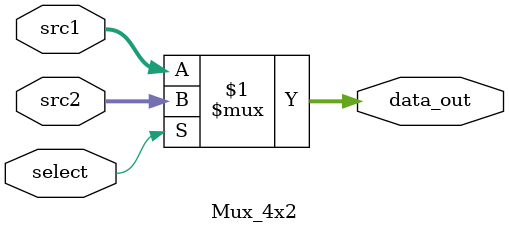
<source format=v>
`timescale 1ns / 1ps

module Mux_4x2(
    input select,            // ¼±ÅÃ ½ÅÈ£ (1ºñÆ®)
    input [3:0] src1,        // Ã¹ ¹øÂ° ¼Ò½º ÀÔ·Â (4ºñÆ®)
    input [3:0] src2,        // µÎ ¹øÂ° ¼Ò½º ÀÔ·Â (4ºñÆ®)
    output wire [3:0] data_out // Ãâ·Â µ¥ÀÌÅÍ (4ºñÆ®)
);

    // µ¥ÀÌÅÍ Ãâ·Â °áÁ¤: select ½ÅÈ£°¡ 1ÀÌ¸é src2¸¦, 0ÀÌ¸é src1À» Ãâ·Â
    assign data_out = (select) ? src2 : src1;
        
endmodule
</source>
